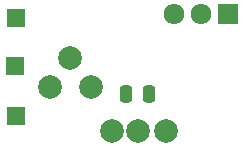
<source format=gbr>
%TF.GenerationSoftware,KiCad,Pcbnew,9.0.5*%
%TF.CreationDate,2025-10-18T17:52:02+02:00*%
%TF.ProjectId,VAS_VE,5641535f-5645-42e6-9b69-6361645f7063,rev?*%
%TF.SameCoordinates,Original*%
%TF.FileFunction,Soldermask,Top*%
%TF.FilePolarity,Negative*%
%FSLAX46Y46*%
G04 Gerber Fmt 4.6, Leading zero omitted, Abs format (unit mm)*
G04 Created by KiCad (PCBNEW 9.0.5) date 2025-10-18 17:52:02*
%MOMM*%
%LPD*%
G01*
G04 APERTURE LIST*
G04 Aperture macros list*
%AMRoundRect*
0 Rectangle with rounded corners*
0 $1 Rounding radius*
0 $2 $3 $4 $5 $6 $7 $8 $9 X,Y pos of 4 corners*
0 Add a 4 corners polygon primitive as box body*
4,1,4,$2,$3,$4,$5,$6,$7,$8,$9,$2,$3,0*
0 Add four circle primitives for the rounded corners*
1,1,$1+$1,$2,$3*
1,1,$1+$1,$4,$5*
1,1,$1+$1,$6,$7*
1,1,$1+$1,$8,$9*
0 Add four rect primitives between the rounded corners*
20,1,$1+$1,$2,$3,$4,$5,0*
20,1,$1+$1,$4,$5,$6,$7,0*
20,1,$1+$1,$6,$7,$8,$9,0*
20,1,$1+$1,$8,$9,$2,$3,0*%
G04 Aperture macros list end*
%ADD10C,2.000000*%
%ADD11RoundRect,0.250000X-0.250000X-0.475000X0.250000X-0.475000X0.250000X0.475000X-0.250000X0.475000X0*%
%ADD12RoundRect,0.250000X-0.550000X-0.550000X0.550000X-0.550000X0.550000X0.550000X-0.550000X0.550000X0*%
%ADD13R,1.710000X1.800000*%
%ADD14O,1.710000X1.800000*%
G04 APERTURE END LIST*
D10*
%TO.C,J1*%
X151915000Y-137825000D03*
X154175000Y-137825000D03*
X156515000Y-137825000D03*
%TD*%
D11*
%TO.C,C1*%
X153150000Y-134700000D03*
X155050000Y-134700000D03*
%TD*%
D12*
%TO.C,H2*%
X143750000Y-132350000D03*
%TD*%
%TO.C,H1*%
X143800000Y-128250000D03*
%TD*%
D13*
%TO.C,Q1*%
X161780000Y-127975000D03*
D14*
X159500000Y-127975000D03*
X157220000Y-127975000D03*
%TD*%
D12*
%TO.C,H3*%
X143800000Y-136550000D03*
%TD*%
D10*
%TO.C,Q2*%
X150200000Y-134100000D03*
X148400000Y-131700000D03*
X146700000Y-134100000D03*
%TD*%
M02*

</source>
